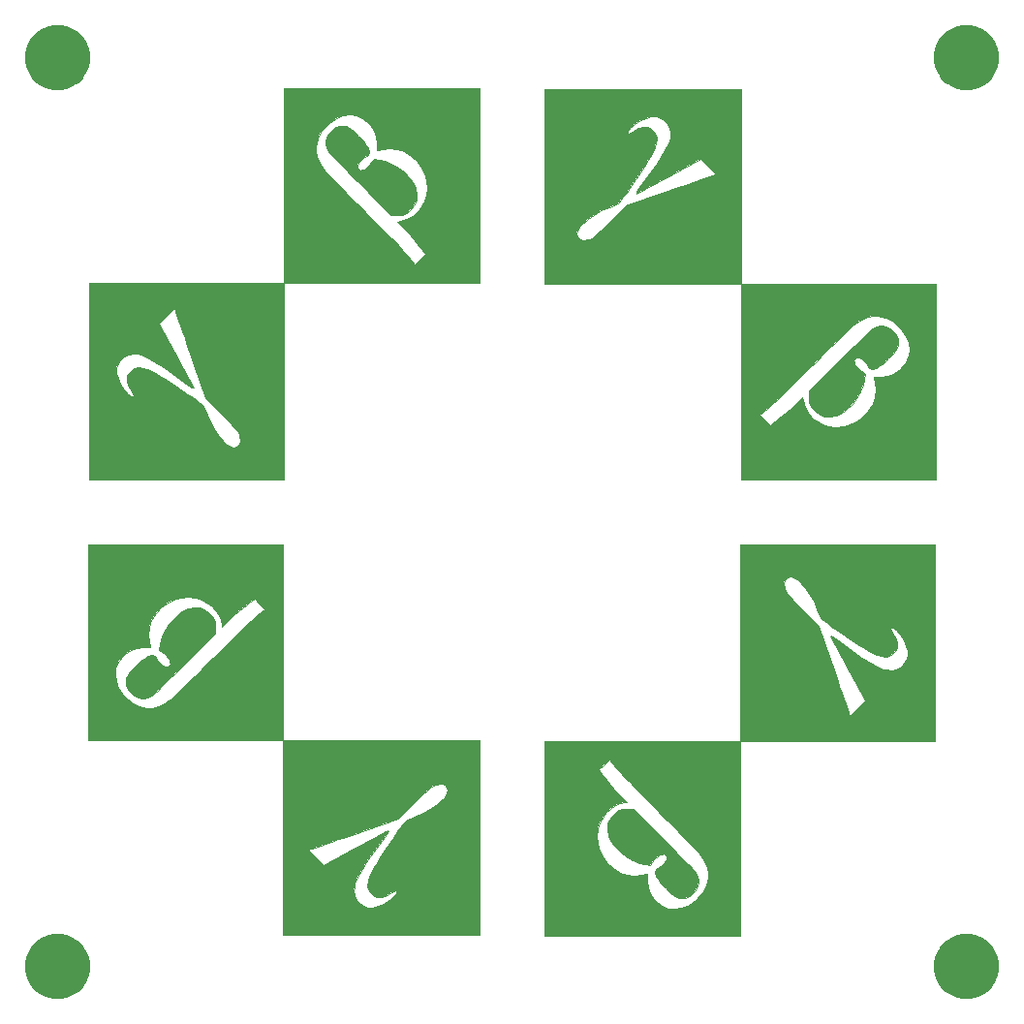
<source format=gts>
%MOIN*%
%OFA0B0*%
%FSLAX46Y46*%
%IPPOS*%
%LPD*%
%ADD10C,0.00039370078740157485*%
%ADD11C,0.0039370078740157488*%
%ADD22C,0.00039370078740157485*%
%ADD23C,0.0039370078740157488*%
%ADD24C,0.00039370078740157485*%
%ADD25C,0.0039370078740157488*%
%ADD26C,0.00039370078740157485*%
%ADD27C,0.0039370078740157488*%
D10*
G36*
X0001356746Y0003288898D02*
G01*
X0001373098Y0003295605D01*
X0001391365Y0003295968D01*
X0001395195Y0003295301D01*
X0001402323Y0003293605D01*
X0001408303Y0003291214D01*
X0001414434Y0003287208D01*
X0001422018Y0003280665D01*
X0001432354Y0003270664D01*
X0001438221Y0003264818D01*
X0001450589Y0003252205D01*
X0001459150Y0003242668D01*
X0001464990Y0003234760D01*
X0001469199Y0003227032D01*
X0001472382Y0003219316D01*
X0001475994Y0003208679D01*
X0001476766Y0003202371D01*
X0001474746Y0003198713D01*
X0001472979Y0003197506D01*
X0001466730Y0003193392D01*
X0001457864Y0003186936D01*
X0001452885Y0003183117D01*
X0001443077Y0003173375D01*
X0001437504Y0003163572D01*
X0001436129Y0003154826D01*
X0001438917Y0003148256D01*
X0001445833Y0003144979D01*
X0001454089Y0003145432D01*
X0001460777Y0003147821D01*
X0001467556Y0003152842D01*
X0001476018Y0003161761D01*
X0001478979Y0003165216D01*
X0001493957Y0003182935D01*
X0001509575Y0003181431D01*
X0001530808Y0003176791D01*
X0001553590Y0003167404D01*
X0001576192Y0003154327D01*
X0001596881Y0003138619D01*
X0001613926Y0003121335D01*
X0001619108Y0003114545D01*
X0001626727Y0003102443D01*
X0001633407Y0003089790D01*
X0001636560Y0003082360D01*
X0001640834Y0003061182D01*
X0001638854Y0003040837D01*
X0001631032Y0003022306D01*
X0001617779Y0003006571D01*
X0001599843Y0002994773D01*
X0001588884Y0002991329D01*
X0001575370Y0002989425D01*
X0001568578Y0002989283D01*
X0001550076Y0002989886D01*
X0001442970Y0003098392D01*
X0001417645Y0003124070D01*
X0001396602Y0003145474D01*
X0001379425Y0003163061D01*
X0001365696Y0003177285D01*
X0001354999Y0003188603D01*
X0001346917Y0003197469D01*
X0001341033Y0003204339D01*
X0001336930Y0003209668D01*
X0001334191Y0003213912D01*
X0001332398Y0003217527D01*
X0001331348Y0003220327D01*
X0001328119Y0003239521D01*
X0001331440Y0003257827D01*
X0001341199Y0003274680D01*
X0001342105Y0003275772D01*
X0001356746Y0003288898D01*
G37*
X0001356746Y0003288898D02*
X0001373098Y0003295605D01*
X0001391365Y0003295968D01*
X0001395195Y0003295301D01*
X0001402323Y0003293605D01*
X0001408303Y0003291214D01*
X0001414434Y0003287208D01*
X0001422018Y0003280665D01*
X0001432354Y0003270664D01*
X0001438221Y0003264818D01*
X0001450589Y0003252205D01*
X0001459150Y0003242668D01*
X0001464990Y0003234760D01*
X0001469199Y0003227032D01*
X0001472382Y0003219316D01*
X0001475994Y0003208679D01*
X0001476766Y0003202371D01*
X0001474746Y0003198713D01*
X0001472979Y0003197506D01*
X0001466730Y0003193392D01*
X0001457864Y0003186936D01*
X0001452885Y0003183117D01*
X0001443077Y0003173375D01*
X0001437504Y0003163572D01*
X0001436129Y0003154826D01*
X0001438917Y0003148256D01*
X0001445833Y0003144979D01*
X0001454089Y0003145432D01*
X0001460777Y0003147821D01*
X0001467556Y0003152842D01*
X0001476018Y0003161761D01*
X0001478979Y0003165216D01*
X0001493957Y0003182935D01*
X0001509575Y0003181431D01*
X0001530808Y0003176791D01*
X0001553590Y0003167404D01*
X0001576192Y0003154327D01*
X0001596881Y0003138619D01*
X0001613926Y0003121335D01*
X0001619108Y0003114545D01*
X0001626727Y0003102443D01*
X0001633407Y0003089790D01*
X0001636560Y0003082360D01*
X0001640834Y0003061182D01*
X0001638854Y0003040837D01*
X0001631032Y0003022306D01*
X0001617779Y0003006571D01*
X0001599843Y0002994773D01*
X0001588884Y0002991329D01*
X0001575370Y0002989425D01*
X0001568578Y0002989283D01*
X0001550076Y0002989886D01*
X0001442970Y0003098392D01*
X0001417645Y0003124070D01*
X0001396602Y0003145474D01*
X0001379425Y0003163061D01*
X0001365696Y0003177285D01*
X0001354999Y0003188603D01*
X0001346917Y0003197469D01*
X0001341033Y0003204339D01*
X0001336930Y0003209668D01*
X0001334191Y0003213912D01*
X0001332398Y0003217527D01*
X0001331348Y0003220327D01*
X0001328119Y0003239521D01*
X0001331440Y0003257827D01*
X0001341199Y0003274680D01*
X0001342105Y0003275772D01*
X0001356746Y0003288898D01*
G36*
X0001520897Y0003427276D02*
G01*
X0001857956Y0003427276D01*
X0001857943Y0003091396D01*
X0001857931Y0002755517D01*
X0001565059Y0002755527D01*
X0001630929Y0002821397D01*
X0001633483Y0002820798D01*
X0001637493Y0002823235D01*
X0001644134Y0002829335D01*
X0001651407Y0002836549D01*
X0001670056Y0002855199D01*
X0001658050Y0002872655D01*
X0001651450Y0002881374D01*
X0001641422Y0002893543D01*
X0001629138Y0002907788D01*
X0001615769Y0002922733D01*
X0001610284Y0002928703D01*
X0001574525Y0002967295D01*
X0001583140Y0002968579D01*
X0001605794Y0002975175D01*
X0001627143Y0002987525D01*
X0001646066Y0003004718D01*
X0001661440Y0003025845D01*
X0001666993Y0003036592D01*
X0001673736Y0003058255D01*
X0001676168Y0003082714D01*
X0001674209Y0003107613D01*
X0001669993Y0003124616D01*
X0001657687Y0003152523D01*
X0001641168Y0003176114D01*
X0001621077Y0003194988D01*
X0001598058Y0003208745D01*
X0001572752Y0003216985D01*
X0001545802Y0003219307D01*
X0001522663Y0003216457D01*
X0001504125Y0003212411D01*
X0001503730Y0003237141D01*
X0001501232Y0003260218D01*
X0001494043Y0003280151D01*
X0001481414Y0003298647D01*
X0001472688Y0003308030D01*
X0001453162Y0003323250D01*
X0001431885Y0003332264D01*
X0001409419Y0003335117D01*
X0001386329Y0003331855D01*
X0001363178Y0003322523D01*
X0001340531Y0003307165D01*
X0001328792Y0003296466D01*
X0001311080Y0003275232D01*
X0001299547Y0003252824D01*
X0001293708Y0003228296D01*
X0001293640Y0003227729D01*
X0001293631Y0003206076D01*
X0001299051Y0003184990D01*
X0001310246Y0003163438D01*
X0001319677Y0003150115D01*
X0001324878Y0003144061D01*
X0001334317Y0003133815D01*
X0001347503Y0003119883D01*
X0001363945Y0003102774D01*
X0001383150Y0003082993D01*
X0001404629Y0003061049D01*
X0001427889Y0003037447D01*
X0001452440Y0003012696D01*
X0001466733Y0002998357D01*
X0001497529Y0002967462D01*
X0001523955Y0002940807D01*
X0001546407Y0002917970D01*
X0001565277Y0002898528D01*
X0001580960Y0002882058D01*
X0001593850Y0002868135D01*
X0001604341Y0002856338D01*
X0001612827Y0002846242D01*
X0001619701Y0002837424D01*
X0001625358Y0002829461D01*
X0001628656Y0002824405D01*
X0001630929Y0002821397D01*
X0001565059Y0002755527D01*
X0001520885Y0002755529D01*
X0001183839Y0002755541D01*
X0001183839Y0003427276D01*
X0001520897Y0003427276D01*
G37*
X0001520897Y0003427276D02*
X0001857956Y0003427276D01*
X0001857943Y0003091396D01*
X0001857931Y0002755517D01*
X0001565059Y0002755527D01*
X0001630929Y0002821397D01*
X0001633483Y0002820798D01*
X0001637493Y0002823235D01*
X0001644134Y0002829335D01*
X0001651407Y0002836549D01*
X0001670056Y0002855199D01*
X0001658050Y0002872655D01*
X0001651450Y0002881374D01*
X0001641422Y0002893543D01*
X0001629138Y0002907788D01*
X0001615769Y0002922733D01*
X0001610284Y0002928703D01*
X0001574525Y0002967295D01*
X0001583140Y0002968579D01*
X0001605794Y0002975175D01*
X0001627143Y0002987525D01*
X0001646066Y0003004718D01*
X0001661440Y0003025845D01*
X0001666993Y0003036592D01*
X0001673736Y0003058255D01*
X0001676168Y0003082714D01*
X0001674209Y0003107613D01*
X0001669993Y0003124616D01*
X0001657687Y0003152523D01*
X0001641168Y0003176114D01*
X0001621077Y0003194988D01*
X0001598058Y0003208745D01*
X0001572752Y0003216985D01*
X0001545802Y0003219307D01*
X0001522663Y0003216457D01*
X0001504125Y0003212411D01*
X0001503730Y0003237141D01*
X0001501232Y0003260218D01*
X0001494043Y0003280151D01*
X0001481414Y0003298647D01*
X0001472688Y0003308030D01*
X0001453162Y0003323250D01*
X0001431885Y0003332264D01*
X0001409419Y0003335117D01*
X0001386329Y0003331855D01*
X0001363178Y0003322523D01*
X0001340531Y0003307165D01*
X0001328792Y0003296466D01*
X0001311080Y0003275232D01*
X0001299547Y0003252824D01*
X0001293708Y0003228296D01*
X0001293640Y0003227729D01*
X0001293631Y0003206076D01*
X0001299051Y0003184990D01*
X0001310246Y0003163438D01*
X0001319677Y0003150115D01*
X0001324878Y0003144061D01*
X0001334317Y0003133815D01*
X0001347503Y0003119883D01*
X0001363945Y0003102774D01*
X0001383150Y0003082993D01*
X0001404629Y0003061049D01*
X0001427889Y0003037447D01*
X0001452440Y0003012696D01*
X0001466733Y0002998357D01*
X0001497529Y0002967462D01*
X0001523955Y0002940807D01*
X0001546407Y0002917970D01*
X0001565277Y0002898528D01*
X0001580960Y0002882058D01*
X0001593850Y0002868135D01*
X0001604341Y0002856338D01*
X0001612827Y0002846242D01*
X0001619701Y0002837424D01*
X0001625358Y0002829461D01*
X0001628656Y0002824405D01*
X0001630929Y0002821397D01*
X0001565059Y0002755527D01*
X0001520885Y0002755529D01*
X0001183839Y0002755541D01*
X0001183839Y0003427276D01*
X0001520897Y0003427276D01*
G36*
X0001183831Y0002755525D02*
G01*
X0001183831Y0002081408D01*
X0000847951Y0002081420D01*
X0000512071Y0002081433D01*
X0000512077Y0002236111D01*
X0000649224Y0002373258D01*
X0000656087Y0002367115D01*
X0000660507Y0002365540D01*
X0000663844Y0002367531D01*
X0000665757Y0002371554D01*
X0000663821Y0002377330D01*
X0000658820Y0002384789D01*
X0000647843Y0002403290D01*
X0000643145Y0002420428D01*
X0000644726Y0002435950D01*
X0000652582Y0002449602D01*
X0000659399Y0002456081D01*
X0000670306Y0002462763D01*
X0000682208Y0002465656D01*
X0000695981Y0002464625D01*
X0000712497Y0002459538D01*
X0000732632Y0002450261D01*
X0000746537Y0002442782D01*
X0000760548Y0002434513D01*
X0000778737Y0002423110D01*
X0000799901Y0002409373D01*
X0000822835Y0002394101D01*
X0000846336Y0002378095D01*
X0000869198Y0002362152D01*
X0000885137Y0002350765D01*
X0000907022Y0002334938D01*
X0000919085Y0002304574D01*
X0000931926Y0002275037D01*
X0000945365Y0002250331D01*
X0000960580Y0002228648D01*
X0000978752Y0002208178D01*
X0000987511Y0002199544D01*
X0000998777Y0002192275D01*
X0001010323Y0002190422D01*
X0001020739Y0002193412D01*
X0001028614Y0002200670D01*
X0001032536Y0002211623D01*
X0001032612Y0002217901D01*
X0001031516Y0002226250D01*
X0001029390Y0002234014D01*
X0001025682Y0002241949D01*
X0001019841Y0002250811D01*
X0001011314Y0002261354D01*
X0000999549Y0002274336D01*
X0000983995Y0002290512D01*
X0000967008Y0002307713D01*
X0000914131Y0002360903D01*
X0000871341Y0002483105D01*
X0000861291Y0002511777D01*
X0000851457Y0002539783D01*
X0000842167Y0002566187D01*
X0000833751Y0002590056D01*
X0000826538Y0002610458D01*
X0000820858Y0002626457D01*
X0000817038Y0002637122D01*
X0000816965Y0002637325D01*
X0000805378Y0002669343D01*
X0000752392Y0002616357D01*
X0000809858Y0002512366D01*
X0000823346Y0002487903D01*
X0000835940Y0002464956D01*
X0000847242Y0002444260D01*
X0000856851Y0002426549D01*
X0000864371Y0002412559D01*
X0000869401Y0002403024D01*
X0000871441Y0002398924D01*
X0000872362Y0002396014D01*
X0000871442Y0002395041D01*
X0000868069Y0002396372D01*
X0000861628Y0002400375D01*
X0000851507Y0002407420D01*
X0000837093Y0002417873D01*
X0000824784Y0002426926D01*
X0000796750Y0002447128D01*
X0000770242Y0002465301D01*
X0000745979Y0002480998D01*
X0000724677Y0002493772D01*
X0000707053Y0002503174D01*
X0000693824Y0002508757D01*
X0000693730Y0002508787D01*
X0000678683Y0002511854D01*
X0000662716Y0002512217D01*
X0000648376Y0002509990D01*
X0000639746Y0002506393D01*
X0000632698Y0002501996D01*
X0000628446Y0002499504D01*
X0000623185Y0002494320D01*
X0000617166Y0002485116D01*
X0000611671Y0002474221D01*
X0000607983Y0002463961D01*
X0000607422Y0002461363D01*
X0000607754Y0002446596D01*
X0000612658Y0002429108D01*
X0000621469Y0002410301D01*
X0000633520Y0002391580D01*
X0000648147Y0002374346D01*
X0000649224Y0002373258D01*
X0000512077Y0002236111D01*
X0000512084Y0002418479D01*
X0000512096Y0002755525D01*
X0001183831Y0002755525D01*
G37*
X0001183831Y0002755525D02*
X0001183831Y0002081408D01*
X0000847951Y0002081420D01*
X0000512071Y0002081433D01*
X0000512077Y0002236111D01*
X0000649224Y0002373258D01*
X0000656087Y0002367115D01*
X0000660507Y0002365540D01*
X0000663844Y0002367531D01*
X0000665757Y0002371554D01*
X0000663821Y0002377330D01*
X0000658820Y0002384789D01*
X0000647843Y0002403290D01*
X0000643145Y0002420428D01*
X0000644726Y0002435950D01*
X0000652582Y0002449602D01*
X0000659399Y0002456081D01*
X0000670306Y0002462763D01*
X0000682208Y0002465656D01*
X0000695981Y0002464625D01*
X0000712497Y0002459538D01*
X0000732632Y0002450261D01*
X0000746537Y0002442782D01*
X0000760548Y0002434513D01*
X0000778737Y0002423110D01*
X0000799901Y0002409373D01*
X0000822835Y0002394101D01*
X0000846336Y0002378095D01*
X0000869198Y0002362152D01*
X0000885137Y0002350765D01*
X0000907022Y0002334938D01*
X0000919085Y0002304574D01*
X0000931926Y0002275037D01*
X0000945365Y0002250331D01*
X0000960580Y0002228648D01*
X0000978752Y0002208178D01*
X0000987511Y0002199544D01*
X0000998777Y0002192275D01*
X0001010323Y0002190422D01*
X0001020739Y0002193412D01*
X0001028614Y0002200670D01*
X0001032536Y0002211623D01*
X0001032612Y0002217901D01*
X0001031516Y0002226250D01*
X0001029390Y0002234014D01*
X0001025682Y0002241949D01*
X0001019841Y0002250811D01*
X0001011314Y0002261354D01*
X0000999549Y0002274336D01*
X0000983995Y0002290512D01*
X0000967008Y0002307713D01*
X0000914131Y0002360903D01*
X0000871341Y0002483105D01*
X0000861291Y0002511777D01*
X0000851457Y0002539783D01*
X0000842167Y0002566187D01*
X0000833751Y0002590056D01*
X0000826538Y0002610458D01*
X0000820858Y0002626457D01*
X0000817038Y0002637122D01*
X0000816965Y0002637325D01*
X0000805378Y0002669343D01*
X0000752392Y0002616357D01*
X0000809858Y0002512366D01*
X0000823346Y0002487903D01*
X0000835940Y0002464956D01*
X0000847242Y0002444260D01*
X0000856851Y0002426549D01*
X0000864371Y0002412559D01*
X0000869401Y0002403024D01*
X0000871441Y0002398924D01*
X0000872362Y0002396014D01*
X0000871442Y0002395041D01*
X0000868069Y0002396372D01*
X0000861628Y0002400375D01*
X0000851507Y0002407420D01*
X0000837093Y0002417873D01*
X0000824784Y0002426926D01*
X0000796750Y0002447128D01*
X0000770242Y0002465301D01*
X0000745979Y0002480998D01*
X0000724677Y0002493772D01*
X0000707053Y0002503174D01*
X0000693824Y0002508757D01*
X0000693730Y0002508787D01*
X0000678683Y0002511854D01*
X0000662716Y0002512217D01*
X0000648376Y0002509990D01*
X0000639746Y0002506393D01*
X0000632698Y0002501996D01*
X0000628446Y0002499504D01*
X0000623185Y0002494320D01*
X0000617166Y0002485116D01*
X0000611671Y0002474221D01*
X0000607983Y0002463961D01*
X0000607422Y0002461363D01*
X0000607754Y0002446596D01*
X0000612658Y0002429108D01*
X0000621469Y0002410301D01*
X0000633520Y0002391580D01*
X0000648147Y0002374346D01*
X0000649224Y0002373258D01*
X0000512077Y0002236111D01*
X0000512084Y0002418479D01*
X0000512096Y0002755525D01*
X0001183831Y0002755525D01*
D11*
G36*
X0000351672Y0003631637D02*
G01*
X0000372099Y0003640098D01*
X0000393784Y0003644412D01*
X0000415894Y0003644412D01*
X0000437579Y0003640098D01*
X0000458007Y0003631637D01*
X0000476390Y0003619354D01*
X0000492025Y0003603719D01*
X0000504308Y0003585335D01*
X0000512770Y0003564908D01*
X0000517083Y0003543223D01*
X0000517083Y0003521113D01*
X0000512770Y0003499427D01*
X0000504308Y0003479000D01*
X0000498167Y0003469808D01*
X0000492025Y0003460616D01*
X0000476390Y0003444982D01*
X0000467199Y0003438840D01*
X0000458007Y0003432698D01*
X0000437579Y0003424237D01*
X0000415894Y0003419924D01*
X0000393784Y0003419924D01*
X0000372099Y0003424237D01*
X0000351672Y0003432698D01*
X0000333288Y0003444982D01*
X0000317653Y0003460616D01*
X0000305370Y0003479000D01*
X0000296908Y0003499427D01*
X0000292595Y0003521113D01*
X0000292595Y0003543223D01*
X0000296908Y0003564908D01*
X0000305370Y0003585335D01*
X0000317653Y0003603719D01*
X0000333288Y0003619354D01*
X0000351672Y0003631637D01*
G37*
G04 next file*
G04 #@! TF.GenerationSoftware,KiCad,Pcbnew,(5.1.5)-3*
G04 #@! TF.CreationDate,2019-12-21T12:13:31-08:00*
G04 #@! TF.ProjectId,mole-diamond-keychain,6d6f6c65-2d64-4696-916d-6f6e642d6b65,A*
G04 #@! TF.SameCoordinates,Original*
G04 #@! TF.FileFunction,Soldermask,Top*
G04 #@! TF.FilePolarity,Negative*
G04 Gerber Fmt 4.6, Leading zero omitted, Abs format (unit mm)*
G04 Created by KiCad (PCBNEW (5.1.5)-3) date 2019-12-21 12:13:31*
G04 APERTURE LIST*
G04 APERTURE END LIST*
D22*
G36*
X0000648109Y0001356746D02*
G01*
X0000641402Y0001373098D01*
X0000641038Y0001391365D01*
X0000641706Y0001395195D01*
X0000643402Y0001402323D01*
X0000645792Y0001408303D01*
X0000649799Y0001414434D01*
X0000656342Y0001422018D01*
X0000666343Y0001432354D01*
X0000672189Y0001438221D01*
X0000684802Y0001450589D01*
X0000694338Y0001459150D01*
X0000702247Y0001464990D01*
X0000709975Y0001469199D01*
X0000717691Y0001472382D01*
X0000728328Y0001475994D01*
X0000734636Y0001476766D01*
X0000738294Y0001474746D01*
X0000739501Y0001472979D01*
X0000743614Y0001466730D01*
X0000750071Y0001457864D01*
X0000753890Y0001452885D01*
X0000763632Y0001443077D01*
X0000773435Y0001437504D01*
X0000782180Y0001436129D01*
X0000788751Y0001438917D01*
X0000792028Y0001445833D01*
X0000791574Y0001454089D01*
X0000789186Y0001460777D01*
X0000784165Y0001467556D01*
X0000775246Y0001476018D01*
X0000771791Y0001478979D01*
X0000754071Y0001493957D01*
X0000755576Y0001509575D01*
X0000760216Y0001530808D01*
X0000769603Y0001553590D01*
X0000782679Y0001576192D01*
X0000798388Y0001596881D01*
X0000815672Y0001613926D01*
X0000822462Y0001619108D01*
X0000834564Y0001626727D01*
X0000847216Y0001633407D01*
X0000854646Y0001636560D01*
X0000875825Y0001640834D01*
X0000896170Y0001638854D01*
X0000914701Y0001631032D01*
X0000930436Y0001617779D01*
X0000942234Y0001599843D01*
X0000945678Y0001588884D01*
X0000947582Y0001575370D01*
X0000947724Y0001568578D01*
X0000947121Y0001550076D01*
X0000838615Y0001442970D01*
X0000812937Y0001417645D01*
X0000791532Y0001396602D01*
X0000773946Y0001379425D01*
X0000759722Y0001365696D01*
X0000748404Y0001354999D01*
X0000739538Y0001346917D01*
X0000732668Y0001341033D01*
X0000727339Y0001336930D01*
X0000723095Y0001334191D01*
X0000719480Y0001332398D01*
X0000716680Y0001331348D01*
X0000697486Y0001328119D01*
X0000679180Y0001331440D01*
X0000662327Y0001341199D01*
X0000661235Y0001342105D01*
X0000648109Y0001356746D01*
G37*
X0000648109Y0001356746D02*
X0000641402Y0001373098D01*
X0000641038Y0001391365D01*
X0000641706Y0001395195D01*
X0000643402Y0001402323D01*
X0000645792Y0001408303D01*
X0000649799Y0001414434D01*
X0000656342Y0001422018D01*
X0000666343Y0001432354D01*
X0000672189Y0001438221D01*
X0000684802Y0001450589D01*
X0000694338Y0001459150D01*
X0000702247Y0001464990D01*
X0000709975Y0001469199D01*
X0000717691Y0001472382D01*
X0000728328Y0001475994D01*
X0000734636Y0001476766D01*
X0000738294Y0001474746D01*
X0000739501Y0001472979D01*
X0000743614Y0001466730D01*
X0000750071Y0001457864D01*
X0000753890Y0001452885D01*
X0000763632Y0001443077D01*
X0000773435Y0001437504D01*
X0000782180Y0001436129D01*
X0000788751Y0001438917D01*
X0000792028Y0001445833D01*
X0000791574Y0001454089D01*
X0000789186Y0001460777D01*
X0000784165Y0001467556D01*
X0000775246Y0001476018D01*
X0000771791Y0001478979D01*
X0000754071Y0001493957D01*
X0000755576Y0001509575D01*
X0000760216Y0001530808D01*
X0000769603Y0001553590D01*
X0000782679Y0001576192D01*
X0000798388Y0001596881D01*
X0000815672Y0001613926D01*
X0000822462Y0001619108D01*
X0000834564Y0001626727D01*
X0000847216Y0001633407D01*
X0000854646Y0001636560D01*
X0000875825Y0001640834D01*
X0000896170Y0001638854D01*
X0000914701Y0001631032D01*
X0000930436Y0001617779D01*
X0000942234Y0001599843D01*
X0000945678Y0001588884D01*
X0000947582Y0001575370D01*
X0000947724Y0001568578D01*
X0000947121Y0001550076D01*
X0000838615Y0001442970D01*
X0000812937Y0001417645D01*
X0000791532Y0001396602D01*
X0000773946Y0001379425D01*
X0000759722Y0001365696D01*
X0000748404Y0001354999D01*
X0000739538Y0001346917D01*
X0000732668Y0001341033D01*
X0000727339Y0001336930D01*
X0000723095Y0001334191D01*
X0000719480Y0001332398D01*
X0000716680Y0001331348D01*
X0000697486Y0001328119D01*
X0000679180Y0001331440D01*
X0000662327Y0001341199D01*
X0000661235Y0001342105D01*
X0000648109Y0001356746D01*
G36*
X0000509731Y0001520897D02*
G01*
X0000509731Y0001857956D01*
X0000845610Y0001857943D01*
X0001181490Y0001857931D01*
X0001181480Y0001565059D01*
X0001115610Y0001630929D01*
X0001116209Y0001633483D01*
X0001113772Y0001637493D01*
X0001107672Y0001644134D01*
X0001100457Y0001651407D01*
X0001081808Y0001670056D01*
X0001064352Y0001658050D01*
X0001055633Y0001651450D01*
X0001043464Y0001641422D01*
X0001029219Y0001629138D01*
X0001014274Y0001615769D01*
X0001008304Y0001610284D01*
X0000969712Y0001574525D01*
X0000968428Y0001583140D01*
X0000961832Y0001605794D01*
X0000949482Y0001627143D01*
X0000932289Y0001646066D01*
X0000911162Y0001661440D01*
X0000900414Y0001666993D01*
X0000878752Y0001673736D01*
X0000854293Y0001676168D01*
X0000829394Y0001674209D01*
X0000812391Y0001669993D01*
X0000784483Y0001657687D01*
X0000760893Y0001641168D01*
X0000742019Y0001621077D01*
X0000728262Y0001598058D01*
X0000720022Y0001572752D01*
X0000717700Y0001545802D01*
X0000720550Y0001522663D01*
X0000724596Y0001504125D01*
X0000699866Y0001503730D01*
X0000676789Y0001501232D01*
X0000656856Y0001494043D01*
X0000638359Y0001481414D01*
X0000628977Y0001472688D01*
X0000613757Y0001453162D01*
X0000604743Y0001431885D01*
X0000601890Y0001409419D01*
X0000605152Y0001386329D01*
X0000614484Y0001363178D01*
X0000629841Y0001340531D01*
X0000640541Y0001328792D01*
X0000661775Y0001311080D01*
X0000684182Y0001299547D01*
X0000708710Y0001293708D01*
X0000709278Y0001293640D01*
X0000730931Y0001293631D01*
X0000752017Y0001299051D01*
X0000773569Y0001310246D01*
X0000786891Y0001319677D01*
X0000792946Y0001324878D01*
X0000803192Y0001334317D01*
X0000817124Y0001347503D01*
X0000834233Y0001363945D01*
X0000854013Y0001383150D01*
X0000875958Y0001404629D01*
X0000899560Y0001427889D01*
X0000924311Y0001452440D01*
X0000938650Y0001466733D01*
X0000969545Y0001497529D01*
X0000996200Y0001523955D01*
X0001019036Y0001546407D01*
X0001038478Y0001565277D01*
X0001054949Y0001580960D01*
X0001068872Y0001593850D01*
X0001080669Y0001604341D01*
X0001090765Y0001612827D01*
X0001099583Y0001619701D01*
X0001107546Y0001625358D01*
X0001112602Y0001628656D01*
X0001115610Y0001630929D01*
X0001181480Y0001565059D01*
X0001181478Y0001520885D01*
X0001181466Y0001183839D01*
X0000509731Y0001183839D01*
X0000509731Y0001520897D01*
G37*
X0000509731Y0001520897D02*
X0000509731Y0001857956D01*
X0000845610Y0001857943D01*
X0001181490Y0001857931D01*
X0001181480Y0001565059D01*
X0001115610Y0001630929D01*
X0001116209Y0001633483D01*
X0001113772Y0001637493D01*
X0001107672Y0001644134D01*
X0001100457Y0001651407D01*
X0001081808Y0001670056D01*
X0001064352Y0001658050D01*
X0001055633Y0001651450D01*
X0001043464Y0001641422D01*
X0001029219Y0001629138D01*
X0001014274Y0001615769D01*
X0001008304Y0001610284D01*
X0000969712Y0001574525D01*
X0000968428Y0001583140D01*
X0000961832Y0001605794D01*
X0000949482Y0001627143D01*
X0000932289Y0001646066D01*
X0000911162Y0001661440D01*
X0000900414Y0001666993D01*
X0000878752Y0001673736D01*
X0000854293Y0001676168D01*
X0000829394Y0001674209D01*
X0000812391Y0001669993D01*
X0000784483Y0001657687D01*
X0000760893Y0001641168D01*
X0000742019Y0001621077D01*
X0000728262Y0001598058D01*
X0000720022Y0001572752D01*
X0000717700Y0001545802D01*
X0000720550Y0001522663D01*
X0000724596Y0001504125D01*
X0000699866Y0001503730D01*
X0000676789Y0001501232D01*
X0000656856Y0001494043D01*
X0000638359Y0001481414D01*
X0000628977Y0001472688D01*
X0000613757Y0001453162D01*
X0000604743Y0001431885D01*
X0000601890Y0001409419D01*
X0000605152Y0001386329D01*
X0000614484Y0001363178D01*
X0000629841Y0001340531D01*
X0000640541Y0001328792D01*
X0000661775Y0001311080D01*
X0000684182Y0001299547D01*
X0000708710Y0001293708D01*
X0000709278Y0001293640D01*
X0000730931Y0001293631D01*
X0000752017Y0001299051D01*
X0000773569Y0001310246D01*
X0000786891Y0001319677D01*
X0000792946Y0001324878D01*
X0000803192Y0001334317D01*
X0000817124Y0001347503D01*
X0000834233Y0001363945D01*
X0000854013Y0001383150D01*
X0000875958Y0001404629D01*
X0000899560Y0001427889D01*
X0000924311Y0001452440D01*
X0000938650Y0001466733D01*
X0000969545Y0001497529D01*
X0000996200Y0001523955D01*
X0001019036Y0001546407D01*
X0001038478Y0001565277D01*
X0001054949Y0001580960D01*
X0001068872Y0001593850D01*
X0001080669Y0001604341D01*
X0001090765Y0001612827D01*
X0001099583Y0001619701D01*
X0001107546Y0001625358D01*
X0001112602Y0001628656D01*
X0001115610Y0001630929D01*
X0001181480Y0001565059D01*
X0001181478Y0001520885D01*
X0001181466Y0001183839D01*
X0000509731Y0001183839D01*
X0000509731Y0001520897D01*
G36*
X0001181482Y0001183831D02*
G01*
X0001855599Y0001183831D01*
X0001855586Y0000847951D01*
X0001855574Y0000512071D01*
X0001700895Y0000512077D01*
X0001563749Y0000649224D01*
X0001569892Y0000656087D01*
X0001571467Y0000660507D01*
X0001569476Y0000663844D01*
X0001565453Y0000665757D01*
X0001559677Y0000663821D01*
X0001552218Y0000658820D01*
X0001533717Y0000647843D01*
X0001516579Y0000643145D01*
X0001501057Y0000644726D01*
X0001487405Y0000652582D01*
X0001480926Y0000659399D01*
X0001474244Y0000670306D01*
X0001471351Y0000682208D01*
X0001472382Y0000695981D01*
X0001477469Y0000712497D01*
X0001486746Y0000732632D01*
X0001494225Y0000746537D01*
X0001502494Y0000760548D01*
X0001513897Y0000778737D01*
X0001527634Y0000799901D01*
X0001542906Y0000822835D01*
X0001558912Y0000846336D01*
X0001574855Y0000869198D01*
X0001586242Y0000885137D01*
X0001602069Y0000907022D01*
X0001632433Y0000919085D01*
X0001661970Y0000931926D01*
X0001686676Y0000945365D01*
X0001708359Y0000960580D01*
X0001728828Y0000978752D01*
X0001737463Y0000987511D01*
X0001744732Y0000998777D01*
X0001746585Y0001010323D01*
X0001743595Y0001020739D01*
X0001736336Y0001028614D01*
X0001725384Y0001032536D01*
X0001719106Y0001032612D01*
X0001710757Y0001031516D01*
X0001702993Y0001029390D01*
X0001695058Y0001025682D01*
X0001686196Y0001019841D01*
X0001675652Y0001011314D01*
X0001662670Y0000999549D01*
X0001646495Y0000983995D01*
X0001629293Y0000967008D01*
X0001576104Y0000914131D01*
X0001453902Y0000871341D01*
X0001425230Y0000861291D01*
X0001397224Y0000851457D01*
X0001370820Y0000842167D01*
X0001346951Y0000833751D01*
X0001326549Y0000826538D01*
X0001310549Y0000820858D01*
X0001299885Y0000817038D01*
X0001299682Y0000816965D01*
X0001267664Y0000805378D01*
X0001320650Y0000752392D01*
X0001424640Y0000809858D01*
X0001449104Y0000823346D01*
X0001472051Y0000835940D01*
X0001492747Y0000847242D01*
X0001510458Y0000856851D01*
X0001524448Y0000864371D01*
X0001533983Y0000869401D01*
X0001538082Y0000871441D01*
X0001540993Y0000872362D01*
X0001541966Y0000871442D01*
X0001540635Y0000868069D01*
X0001536632Y0000861628D01*
X0001529587Y0000851507D01*
X0001519133Y0000837093D01*
X0001510081Y0000824784D01*
X0001489879Y0000796750D01*
X0001471706Y0000770242D01*
X0001456008Y0000745979D01*
X0001443235Y0000724677D01*
X0001433833Y0000707053D01*
X0001428250Y0000693824D01*
X0001428220Y0000693730D01*
X0001425153Y0000678683D01*
X0001424789Y0000662716D01*
X0001427016Y0000648376D01*
X0001430614Y0000639746D01*
X0001435010Y0000632698D01*
X0001437502Y0000628446D01*
X0001442687Y0000623185D01*
X0001451891Y0000617166D01*
X0001462786Y0000611671D01*
X0001473046Y0000607983D01*
X0001475644Y0000607422D01*
X0001490411Y0000607754D01*
X0001507899Y0000612658D01*
X0001526705Y0000621469D01*
X0001545427Y0000633520D01*
X0001562661Y0000648147D01*
X0001563749Y0000649224D01*
X0001700895Y0000512077D01*
X0001518528Y0000512084D01*
X0001181482Y0000512096D01*
X0001181482Y0001183831D01*
G37*
X0001181482Y0001183831D02*
X0001855599Y0001183831D01*
X0001855586Y0000847951D01*
X0001855574Y0000512071D01*
X0001700895Y0000512077D01*
X0001563749Y0000649224D01*
X0001569892Y0000656087D01*
X0001571467Y0000660507D01*
X0001569476Y0000663844D01*
X0001565453Y0000665757D01*
X0001559677Y0000663821D01*
X0001552218Y0000658820D01*
X0001533717Y0000647843D01*
X0001516579Y0000643145D01*
X0001501057Y0000644726D01*
X0001487405Y0000652582D01*
X0001480926Y0000659399D01*
X0001474244Y0000670306D01*
X0001471351Y0000682208D01*
X0001472382Y0000695981D01*
X0001477469Y0000712497D01*
X0001486746Y0000732632D01*
X0001494225Y0000746537D01*
X0001502494Y0000760548D01*
X0001513897Y0000778737D01*
X0001527634Y0000799901D01*
X0001542906Y0000822835D01*
X0001558912Y0000846336D01*
X0001574855Y0000869198D01*
X0001586242Y0000885137D01*
X0001602069Y0000907022D01*
X0001632433Y0000919085D01*
X0001661970Y0000931926D01*
X0001686676Y0000945365D01*
X0001708359Y0000960580D01*
X0001728828Y0000978752D01*
X0001737463Y0000987511D01*
X0001744732Y0000998777D01*
X0001746585Y0001010323D01*
X0001743595Y0001020739D01*
X0001736336Y0001028614D01*
X0001725384Y0001032536D01*
X0001719106Y0001032612D01*
X0001710757Y0001031516D01*
X0001702993Y0001029390D01*
X0001695058Y0001025682D01*
X0001686196Y0001019841D01*
X0001675652Y0001011314D01*
X0001662670Y0000999549D01*
X0001646495Y0000983995D01*
X0001629293Y0000967008D01*
X0001576104Y0000914131D01*
X0001453902Y0000871341D01*
X0001425230Y0000861291D01*
X0001397224Y0000851457D01*
X0001370820Y0000842167D01*
X0001346951Y0000833751D01*
X0001326549Y0000826538D01*
X0001310549Y0000820858D01*
X0001299885Y0000817038D01*
X0001299682Y0000816965D01*
X0001267664Y0000805378D01*
X0001320650Y0000752392D01*
X0001424640Y0000809858D01*
X0001449104Y0000823346D01*
X0001472051Y0000835940D01*
X0001492747Y0000847242D01*
X0001510458Y0000856851D01*
X0001524448Y0000864371D01*
X0001533983Y0000869401D01*
X0001538082Y0000871441D01*
X0001540993Y0000872362D01*
X0001541966Y0000871442D01*
X0001540635Y0000868069D01*
X0001536632Y0000861628D01*
X0001529587Y0000851507D01*
X0001519133Y0000837093D01*
X0001510081Y0000824784D01*
X0001489879Y0000796750D01*
X0001471706Y0000770242D01*
X0001456008Y0000745979D01*
X0001443235Y0000724677D01*
X0001433833Y0000707053D01*
X0001428250Y0000693824D01*
X0001428220Y0000693730D01*
X0001425153Y0000678683D01*
X0001424789Y0000662716D01*
X0001427016Y0000648376D01*
X0001430614Y0000639746D01*
X0001435010Y0000632698D01*
X0001437502Y0000628446D01*
X0001442687Y0000623185D01*
X0001451891Y0000617166D01*
X0001462786Y0000611671D01*
X0001473046Y0000607983D01*
X0001475644Y0000607422D01*
X0001490411Y0000607754D01*
X0001507899Y0000612658D01*
X0001526705Y0000621469D01*
X0001545427Y0000633520D01*
X0001562661Y0000648147D01*
X0001563749Y0000649224D01*
X0001700895Y0000512077D01*
X0001518528Y0000512084D01*
X0001181482Y0000512096D01*
X0001181482Y0001183831D01*
D23*
G36*
X0000305370Y0000351672D02*
G01*
X0000296908Y0000372099D01*
X0000292595Y0000393784D01*
X0000292595Y0000415894D01*
X0000296908Y0000437579D01*
X0000305370Y0000458007D01*
X0000317653Y0000476390D01*
X0000333288Y0000492025D01*
X0000351672Y0000504308D01*
X0000372099Y0000512770D01*
X0000393784Y0000517083D01*
X0000415894Y0000517083D01*
X0000437579Y0000512770D01*
X0000458007Y0000504308D01*
X0000467199Y0000498167D01*
X0000476390Y0000492025D01*
X0000492025Y0000476390D01*
X0000498167Y0000467199D01*
X0000504308Y0000458007D01*
X0000512770Y0000437579D01*
X0000517083Y0000415894D01*
X0000517083Y0000393784D01*
X0000512770Y0000372099D01*
X0000504308Y0000351672D01*
X0000492025Y0000333288D01*
X0000476390Y0000317653D01*
X0000458007Y0000305370D01*
X0000437579Y0000296908D01*
X0000415894Y0000292595D01*
X0000393784Y0000292595D01*
X0000372099Y0000296908D01*
X0000351672Y0000305370D01*
X0000333288Y0000317653D01*
X0000317653Y0000333288D01*
X0000305370Y0000351672D01*
G37*
G04 next file*
G04 #@! TF.GenerationSoftware,KiCad,Pcbnew,(5.1.5)-3*
G04 #@! TF.CreationDate,2019-12-21T12:13:31-08:00*
G04 #@! TF.ProjectId,mole-diamond-keychain,6d6f6c65-2d64-4696-916d-6f6e642d6b65,A*
G04 #@! TF.SameCoordinates,Original*
G04 #@! TF.FileFunction,Soldermask,Top*
G04 #@! TF.FilePolarity,Negative*
G04 Gerber Fmt 4.6, Leading zero omitted, Abs format (unit mm)*
G04 Created by KiCad (PCBNEW (5.1.5)-3) date 2019-12-21 12:13:31*
G04 APERTURE LIST*
G04 APERTURE END LIST*
D24*
G36*
X0002580261Y0000648109D02*
G01*
X0002563909Y0000641402D01*
X0002545642Y0000641038D01*
X0002541812Y0000641706D01*
X0002534684Y0000643402D01*
X0002528704Y0000645792D01*
X0002522572Y0000649799D01*
X0002514989Y0000656342D01*
X0002504653Y0000666343D01*
X0002498786Y0000672189D01*
X0002486417Y0000684802D01*
X0002477857Y0000694338D01*
X0002472016Y0000702247D01*
X0002467808Y0000709975D01*
X0002464625Y0000717691D01*
X0002461013Y0000728328D01*
X0002460240Y0000734636D01*
X0002462261Y0000738294D01*
X0002464028Y0000739501D01*
X0002470276Y0000743614D01*
X0002479143Y0000750071D01*
X0002484122Y0000753890D01*
X0002493930Y0000763632D01*
X0002499503Y0000773435D01*
X0002500878Y0000782180D01*
X0002498090Y0000788751D01*
X0002491174Y0000792028D01*
X0002482918Y0000791574D01*
X0002476230Y0000789186D01*
X0002469451Y0000784165D01*
X0002460989Y0000775246D01*
X0002458027Y0000771791D01*
X0002443050Y0000754071D01*
X0002427432Y0000755576D01*
X0002406199Y0000760216D01*
X0002383416Y0000769603D01*
X0002360815Y0000782679D01*
X0002340126Y0000798388D01*
X0002323081Y0000815672D01*
X0002317899Y0000822462D01*
X0002310280Y0000834564D01*
X0002303600Y0000847216D01*
X0002300447Y0000854646D01*
X0002296173Y0000875825D01*
X0002298153Y0000896170D01*
X0002305975Y0000914701D01*
X0002319228Y0000930436D01*
X0002337164Y0000942234D01*
X0002348123Y0000945678D01*
X0002361637Y0000947582D01*
X0002368429Y0000947724D01*
X0002386931Y0000947121D01*
X0002494037Y0000838615D01*
X0002519362Y0000812937D01*
X0002540405Y0000791532D01*
X0002557582Y0000773946D01*
X0002571311Y0000759722D01*
X0002582007Y0000748404D01*
X0002590089Y0000739538D01*
X0002595974Y0000732668D01*
X0002600077Y0000727339D01*
X0002602816Y0000723095D01*
X0002604608Y0000719480D01*
X0002605659Y0000716680D01*
X0002608888Y0000697486D01*
X0002605567Y0000679180D01*
X0002595808Y0000662327D01*
X0002594902Y0000661235D01*
X0002580261Y0000648109D01*
G37*
X0002580261Y0000648109D02*
X0002563909Y0000641402D01*
X0002545642Y0000641038D01*
X0002541812Y0000641706D01*
X0002534684Y0000643402D01*
X0002528704Y0000645792D01*
X0002522572Y0000649799D01*
X0002514989Y0000656342D01*
X0002504653Y0000666343D01*
X0002498786Y0000672189D01*
X0002486417Y0000684802D01*
X0002477857Y0000694338D01*
X0002472016Y0000702247D01*
X0002467808Y0000709975D01*
X0002464625Y0000717691D01*
X0002461013Y0000728328D01*
X0002460240Y0000734636D01*
X0002462261Y0000738294D01*
X0002464028Y0000739501D01*
X0002470276Y0000743614D01*
X0002479143Y0000750071D01*
X0002484122Y0000753890D01*
X0002493930Y0000763632D01*
X0002499503Y0000773435D01*
X0002500878Y0000782180D01*
X0002498090Y0000788751D01*
X0002491174Y0000792028D01*
X0002482918Y0000791574D01*
X0002476230Y0000789186D01*
X0002469451Y0000784165D01*
X0002460989Y0000775246D01*
X0002458027Y0000771791D01*
X0002443050Y0000754071D01*
X0002427432Y0000755576D01*
X0002406199Y0000760216D01*
X0002383416Y0000769603D01*
X0002360815Y0000782679D01*
X0002340126Y0000798388D01*
X0002323081Y0000815672D01*
X0002317899Y0000822462D01*
X0002310280Y0000834564D01*
X0002303600Y0000847216D01*
X0002300447Y0000854646D01*
X0002296173Y0000875825D01*
X0002298153Y0000896170D01*
X0002305975Y0000914701D01*
X0002319228Y0000930436D01*
X0002337164Y0000942234D01*
X0002348123Y0000945678D01*
X0002361637Y0000947582D01*
X0002368429Y0000947724D01*
X0002386931Y0000947121D01*
X0002494037Y0000838615D01*
X0002519362Y0000812937D01*
X0002540405Y0000791532D01*
X0002557582Y0000773946D01*
X0002571311Y0000759722D01*
X0002582007Y0000748404D01*
X0002590089Y0000739538D01*
X0002595974Y0000732668D01*
X0002600077Y0000727339D01*
X0002602816Y0000723095D01*
X0002604608Y0000719480D01*
X0002605659Y0000716680D01*
X0002608888Y0000697486D01*
X0002605567Y0000679180D01*
X0002595808Y0000662327D01*
X0002594902Y0000661235D01*
X0002580261Y0000648109D01*
G36*
X0002416109Y0000509731D02*
G01*
X0002079051Y0000509731D01*
X0002079063Y0000845610D01*
X0002079076Y0001181490D01*
X0002371947Y0001181480D01*
X0002306078Y0001115610D01*
X0002303524Y0001116209D01*
X0002299514Y0001113772D01*
X0002292873Y0001107672D01*
X0002285600Y0001100457D01*
X0002266950Y0001081808D01*
X0002278957Y0001064352D01*
X0002285557Y0001055633D01*
X0002295585Y0001043464D01*
X0002307869Y0001029219D01*
X0002321238Y0001014274D01*
X0002326723Y0001008304D01*
X0002362482Y0000969712D01*
X0002353866Y0000968428D01*
X0002331213Y0000961832D01*
X0002309864Y0000949482D01*
X0002290941Y0000932289D01*
X0002275567Y0000911162D01*
X0002270014Y0000900414D01*
X0002263271Y0000878752D01*
X0002260839Y0000854293D01*
X0002262798Y0000829394D01*
X0002267014Y0000812391D01*
X0002279320Y0000784483D01*
X0002295839Y0000760893D01*
X0002315930Y0000742019D01*
X0002338949Y0000728262D01*
X0002364255Y0000720022D01*
X0002391205Y0000717700D01*
X0002414344Y0000720550D01*
X0002432882Y0000724596D01*
X0002433277Y0000699866D01*
X0002435775Y0000676789D01*
X0002442964Y0000656856D01*
X0002455593Y0000638359D01*
X0002464319Y0000628977D01*
X0002483844Y0000613757D01*
X0002505122Y0000604743D01*
X0002527588Y0000601890D01*
X0002550678Y0000605152D01*
X0002573828Y0000614484D01*
X0002596476Y0000629841D01*
X0002608215Y0000640541D01*
X0002625927Y0000661775D01*
X0002637460Y0000684182D01*
X0002643299Y0000708710D01*
X0002643367Y0000709278D01*
X0002643376Y0000730931D01*
X0002637956Y0000752017D01*
X0002626761Y0000773569D01*
X0002617330Y0000786891D01*
X0002612129Y0000792946D01*
X0002602690Y0000803192D01*
X0002589503Y0000817124D01*
X0002573062Y0000834233D01*
X0002553856Y0000854013D01*
X0002532378Y0000875958D01*
X0002509118Y0000899560D01*
X0002484567Y0000924311D01*
X0002470274Y0000938650D01*
X0002439478Y0000969545D01*
X0002413052Y0000996200D01*
X0002390600Y0001019036D01*
X0002371730Y0001038478D01*
X0002356046Y0001054949D01*
X0002343156Y0001068872D01*
X0002332666Y0001080669D01*
X0002324180Y0001090765D01*
X0002317306Y0001099583D01*
X0002311649Y0001107546D01*
X0002308350Y0001112602D01*
X0002306078Y0001115610D01*
X0002371947Y0001181480D01*
X0002416122Y0001181478D01*
X0002753168Y0001181466D01*
X0002753168Y0000509731D01*
X0002416109Y0000509731D01*
G37*
X0002416109Y0000509731D02*
X0002079051Y0000509731D01*
X0002079063Y0000845610D01*
X0002079076Y0001181490D01*
X0002371947Y0001181480D01*
X0002306078Y0001115610D01*
X0002303524Y0001116209D01*
X0002299514Y0001113772D01*
X0002292873Y0001107672D01*
X0002285600Y0001100457D01*
X0002266950Y0001081808D01*
X0002278957Y0001064352D01*
X0002285557Y0001055633D01*
X0002295585Y0001043464D01*
X0002307869Y0001029219D01*
X0002321238Y0001014274D01*
X0002326723Y0001008304D01*
X0002362482Y0000969712D01*
X0002353866Y0000968428D01*
X0002331213Y0000961832D01*
X0002309864Y0000949482D01*
X0002290941Y0000932289D01*
X0002275567Y0000911162D01*
X0002270014Y0000900414D01*
X0002263271Y0000878752D01*
X0002260839Y0000854293D01*
X0002262798Y0000829394D01*
X0002267014Y0000812391D01*
X0002279320Y0000784483D01*
X0002295839Y0000760893D01*
X0002315930Y0000742019D01*
X0002338949Y0000728262D01*
X0002364255Y0000720022D01*
X0002391205Y0000717700D01*
X0002414344Y0000720550D01*
X0002432882Y0000724596D01*
X0002433277Y0000699866D01*
X0002435775Y0000676789D01*
X0002442964Y0000656856D01*
X0002455593Y0000638359D01*
X0002464319Y0000628977D01*
X0002483844Y0000613757D01*
X0002505122Y0000604743D01*
X0002527588Y0000601890D01*
X0002550678Y0000605152D01*
X0002573828Y0000614484D01*
X0002596476Y0000629841D01*
X0002608215Y0000640541D01*
X0002625927Y0000661775D01*
X0002637460Y0000684182D01*
X0002643299Y0000708710D01*
X0002643367Y0000709278D01*
X0002643376Y0000730931D01*
X0002637956Y0000752017D01*
X0002626761Y0000773569D01*
X0002617330Y0000786891D01*
X0002612129Y0000792946D01*
X0002602690Y0000803192D01*
X0002589503Y0000817124D01*
X0002573062Y0000834233D01*
X0002553856Y0000854013D01*
X0002532378Y0000875958D01*
X0002509118Y0000899560D01*
X0002484567Y0000924311D01*
X0002470274Y0000938650D01*
X0002439478Y0000969545D01*
X0002413052Y0000996200D01*
X0002390600Y0001019036D01*
X0002371730Y0001038478D01*
X0002356046Y0001054949D01*
X0002343156Y0001068872D01*
X0002332666Y0001080669D01*
X0002324180Y0001090765D01*
X0002317306Y0001099583D01*
X0002311649Y0001107546D01*
X0002308350Y0001112602D01*
X0002306078Y0001115610D01*
X0002371947Y0001181480D01*
X0002416122Y0001181478D01*
X0002753168Y0001181466D01*
X0002753168Y0000509731D01*
X0002416109Y0000509731D01*
G36*
X0002753176Y0001181482D02*
G01*
X0002753176Y0001855599D01*
X0003089056Y0001855586D01*
X0003424936Y0001855574D01*
X0003424930Y0001700895D01*
X0003287783Y0001563749D01*
X0003280920Y0001569892D01*
X0003276500Y0001571467D01*
X0003273163Y0001569476D01*
X0003271250Y0001565453D01*
X0003273186Y0001559677D01*
X0003278186Y0001552218D01*
X0003289164Y0001533717D01*
X0003293861Y0001516579D01*
X0003292281Y0001501057D01*
X0003284425Y0001487405D01*
X0003277608Y0001480926D01*
X0003266701Y0001474244D01*
X0003254798Y0001471351D01*
X0003241026Y0001472382D01*
X0003224510Y0001477469D01*
X0003204375Y0001486746D01*
X0003190470Y0001494225D01*
X0003176459Y0001502494D01*
X0003158270Y0001513897D01*
X0003137106Y0001527634D01*
X0003114172Y0001542906D01*
X0003090671Y0001558912D01*
X0003067809Y0001574855D01*
X0003051870Y0001586242D01*
X0003029985Y0001602069D01*
X0003017922Y0001632433D01*
X0003005081Y0001661970D01*
X0002991642Y0001686676D01*
X0002976427Y0001708359D01*
X0002958255Y0001728828D01*
X0002949496Y0001737463D01*
X0002938230Y0001744732D01*
X0002926683Y0001746585D01*
X0002916268Y0001743595D01*
X0002908393Y0001736336D01*
X0002904471Y0001725384D01*
X0002904395Y0001719106D01*
X0002905491Y0001710757D01*
X0002907617Y0001702993D01*
X0002911325Y0001695058D01*
X0002917166Y0001686196D01*
X0002925693Y0001675652D01*
X0002937457Y0001662670D01*
X0002953012Y0001646495D01*
X0002969999Y0001629293D01*
X0003022876Y0001576104D01*
X0003065666Y0001453902D01*
X0003075715Y0001425230D01*
X0003085550Y0001397224D01*
X0003094840Y0001370820D01*
X0003103255Y0001346951D01*
X0003110468Y0001326549D01*
X0003116149Y0001310549D01*
X0003119969Y0001299885D01*
X0003120042Y0001299682D01*
X0003131628Y0001267664D01*
X0003184615Y0001320650D01*
X0003127149Y0001424640D01*
X0003113661Y0001449104D01*
X0003101067Y0001472051D01*
X0003089765Y0001492747D01*
X0003080155Y0001510458D01*
X0003072636Y0001524448D01*
X0003067606Y0001533983D01*
X0003065566Y0001538082D01*
X0003064645Y0001540993D01*
X0003065565Y0001541966D01*
X0003068938Y0001540635D01*
X0003075379Y0001536632D01*
X0003085499Y0001529587D01*
X0003099914Y0001519133D01*
X0003112223Y0001510081D01*
X0003140257Y0001489879D01*
X0003166765Y0001471706D01*
X0003191028Y0001456008D01*
X0003212330Y0001443235D01*
X0003229954Y0001433833D01*
X0003243183Y0001428250D01*
X0003243277Y0001428220D01*
X0003258324Y0001425153D01*
X0003274291Y0001424789D01*
X0003288631Y0001427016D01*
X0003297261Y0001430614D01*
X0003304309Y0001435010D01*
X0003308561Y0001437502D01*
X0003313822Y0001442687D01*
X0003319841Y0001451891D01*
X0003325336Y0001462786D01*
X0003329024Y0001473046D01*
X0003329584Y0001475644D01*
X0003329253Y0001490411D01*
X0003324348Y0001507899D01*
X0003315538Y0001526705D01*
X0003303486Y0001545427D01*
X0003288860Y0001562661D01*
X0003287783Y0001563749D01*
X0003424930Y0001700895D01*
X0003424923Y0001518528D01*
X0003424911Y0001181482D01*
X0002753176Y0001181482D01*
G37*
X0002753176Y0001181482D02*
X0002753176Y0001855599D01*
X0003089056Y0001855586D01*
X0003424936Y0001855574D01*
X0003424930Y0001700895D01*
X0003287783Y0001563749D01*
X0003280920Y0001569892D01*
X0003276500Y0001571467D01*
X0003273163Y0001569476D01*
X0003271250Y0001565453D01*
X0003273186Y0001559677D01*
X0003278186Y0001552218D01*
X0003289164Y0001533717D01*
X0003293861Y0001516579D01*
X0003292281Y0001501057D01*
X0003284425Y0001487405D01*
X0003277608Y0001480926D01*
X0003266701Y0001474244D01*
X0003254798Y0001471351D01*
X0003241026Y0001472382D01*
X0003224510Y0001477469D01*
X0003204375Y0001486746D01*
X0003190470Y0001494225D01*
X0003176459Y0001502494D01*
X0003158270Y0001513897D01*
X0003137106Y0001527634D01*
X0003114172Y0001542906D01*
X0003090671Y0001558912D01*
X0003067809Y0001574855D01*
X0003051870Y0001586242D01*
X0003029985Y0001602069D01*
X0003017922Y0001632433D01*
X0003005081Y0001661970D01*
X0002991642Y0001686676D01*
X0002976427Y0001708359D01*
X0002958255Y0001728828D01*
X0002949496Y0001737463D01*
X0002938230Y0001744732D01*
X0002926683Y0001746585D01*
X0002916268Y0001743595D01*
X0002908393Y0001736336D01*
X0002904471Y0001725384D01*
X0002904395Y0001719106D01*
X0002905491Y0001710757D01*
X0002907617Y0001702993D01*
X0002911325Y0001695058D01*
X0002917166Y0001686196D01*
X0002925693Y0001675652D01*
X0002937457Y0001662670D01*
X0002953012Y0001646495D01*
X0002969999Y0001629293D01*
X0003022876Y0001576104D01*
X0003065666Y0001453902D01*
X0003075715Y0001425230D01*
X0003085550Y0001397224D01*
X0003094840Y0001370820D01*
X0003103255Y0001346951D01*
X0003110468Y0001326549D01*
X0003116149Y0001310549D01*
X0003119969Y0001299885D01*
X0003120042Y0001299682D01*
X0003131628Y0001267664D01*
X0003184615Y0001320650D01*
X0003127149Y0001424640D01*
X0003113661Y0001449104D01*
X0003101067Y0001472051D01*
X0003089765Y0001492747D01*
X0003080155Y0001510458D01*
X0003072636Y0001524448D01*
X0003067606Y0001533983D01*
X0003065566Y0001538082D01*
X0003064645Y0001540993D01*
X0003065565Y0001541966D01*
X0003068938Y0001540635D01*
X0003075379Y0001536632D01*
X0003085499Y0001529587D01*
X0003099914Y0001519133D01*
X0003112223Y0001510081D01*
X0003140257Y0001489879D01*
X0003166765Y0001471706D01*
X0003191028Y0001456008D01*
X0003212330Y0001443235D01*
X0003229954Y0001433833D01*
X0003243183Y0001428250D01*
X0003243277Y0001428220D01*
X0003258324Y0001425153D01*
X0003274291Y0001424789D01*
X0003288631Y0001427016D01*
X0003297261Y0001430614D01*
X0003304309Y0001435010D01*
X0003308561Y0001437502D01*
X0003313822Y0001442687D01*
X0003319841Y0001451891D01*
X0003325336Y0001462786D01*
X0003329024Y0001473046D01*
X0003329584Y0001475644D01*
X0003329253Y0001490411D01*
X0003324348Y0001507899D01*
X0003315538Y0001526705D01*
X0003303486Y0001545427D01*
X0003288860Y0001562661D01*
X0003287783Y0001563749D01*
X0003424930Y0001700895D01*
X0003424923Y0001518528D01*
X0003424911Y0001181482D01*
X0002753176Y0001181482D01*
D25*
G36*
X0003585335Y0000305370D02*
G01*
X0003564908Y0000296908D01*
X0003543223Y0000292595D01*
X0003521113Y0000292595D01*
X0003499427Y0000296908D01*
X0003479000Y0000305370D01*
X0003460616Y0000317653D01*
X0003444982Y0000333288D01*
X0003432698Y0000351672D01*
X0003424237Y0000372099D01*
X0003419924Y0000393784D01*
X0003419924Y0000415894D01*
X0003424237Y0000437579D01*
X0003432698Y0000458007D01*
X0003438840Y0000467199D01*
X0003444982Y0000476390D01*
X0003460616Y0000492025D01*
X0003469808Y0000498167D01*
X0003479000Y0000504308D01*
X0003499427Y0000512770D01*
X0003521113Y0000517083D01*
X0003543223Y0000517083D01*
X0003564908Y0000512770D01*
X0003585335Y0000504308D01*
X0003603719Y0000492025D01*
X0003619354Y0000476390D01*
X0003631637Y0000458007D01*
X0003640098Y0000437579D01*
X0003644412Y0000415894D01*
X0003644412Y0000393784D01*
X0003640098Y0000372099D01*
X0003631637Y0000351672D01*
X0003619354Y0000333288D01*
X0003603719Y0000317653D01*
X0003585335Y0000305370D01*
G37*
G04 next file*
G04 #@! TF.GenerationSoftware,KiCad,Pcbnew,(5.1.5)-3*
G04 #@! TF.CreationDate,2019-12-21T12:13:31-08:00*
G04 #@! TF.ProjectId,mole-diamond-keychain,6d6f6c65-2d64-4696-916d-6f6e642d6b65,A*
G04 #@! TF.SameCoordinates,Original*
G04 #@! TF.FileFunction,Soldermask,Top*
G04 #@! TF.FilePolarity,Negative*
G04 Gerber Fmt 4.6, Leading zero omitted, Abs format (unit mm)*
G04 Created by KiCad (PCBNEW (5.1.5)-3) date 2019-12-21 12:13:31*
G04 APERTURE LIST*
G04 APERTURE END LIST*
D26*
G36*
X0003288898Y0002580261D02*
G01*
X0003295605Y0002563909D01*
X0003295968Y0002545642D01*
X0003295301Y0002541812D01*
X0003293605Y0002534684D01*
X0003291214Y0002528704D01*
X0003287208Y0002522572D01*
X0003280665Y0002514989D01*
X0003270664Y0002504653D01*
X0003264818Y0002498786D01*
X0003252205Y0002486417D01*
X0003242668Y0002477857D01*
X0003234760Y0002472016D01*
X0003227032Y0002467808D01*
X0003219316Y0002464625D01*
X0003208679Y0002461013D01*
X0003202371Y0002460240D01*
X0003198713Y0002462261D01*
X0003197506Y0002464028D01*
X0003193392Y0002470276D01*
X0003186936Y0002479143D01*
X0003183117Y0002484122D01*
X0003173375Y0002493930D01*
X0003163572Y0002499503D01*
X0003154826Y0002500878D01*
X0003148256Y0002498090D01*
X0003144979Y0002491174D01*
X0003145432Y0002482918D01*
X0003147821Y0002476230D01*
X0003152842Y0002469451D01*
X0003161761Y0002460989D01*
X0003165216Y0002458027D01*
X0003182935Y0002443050D01*
X0003181431Y0002427432D01*
X0003176791Y0002406199D01*
X0003167404Y0002383416D01*
X0003154327Y0002360815D01*
X0003138619Y0002340126D01*
X0003121335Y0002323081D01*
X0003114545Y0002317899D01*
X0003102443Y0002310280D01*
X0003089790Y0002303600D01*
X0003082360Y0002300447D01*
X0003061182Y0002296173D01*
X0003040837Y0002298153D01*
X0003022306Y0002305975D01*
X0003006571Y0002319228D01*
X0002994773Y0002337164D01*
X0002991329Y0002348123D01*
X0002989425Y0002361637D01*
X0002989283Y0002368429D01*
X0002989886Y0002386931D01*
X0003098392Y0002494037D01*
X0003124070Y0002519362D01*
X0003145474Y0002540405D01*
X0003163061Y0002557582D01*
X0003177285Y0002571311D01*
X0003188603Y0002582007D01*
X0003197469Y0002590089D01*
X0003204339Y0002595974D01*
X0003209668Y0002600077D01*
X0003213912Y0002602816D01*
X0003217527Y0002604608D01*
X0003220327Y0002605659D01*
X0003239521Y0002608888D01*
X0003257827Y0002605567D01*
X0003274680Y0002595808D01*
X0003275772Y0002594902D01*
X0003288898Y0002580261D01*
G37*
X0003288898Y0002580261D02*
X0003295605Y0002563909D01*
X0003295968Y0002545642D01*
X0003295301Y0002541812D01*
X0003293605Y0002534684D01*
X0003291214Y0002528704D01*
X0003287208Y0002522572D01*
X0003280665Y0002514989D01*
X0003270664Y0002504653D01*
X0003264818Y0002498786D01*
X0003252205Y0002486417D01*
X0003242668Y0002477857D01*
X0003234760Y0002472016D01*
X0003227032Y0002467808D01*
X0003219316Y0002464625D01*
X0003208679Y0002461013D01*
X0003202371Y0002460240D01*
X0003198713Y0002462261D01*
X0003197506Y0002464028D01*
X0003193392Y0002470276D01*
X0003186936Y0002479143D01*
X0003183117Y0002484122D01*
X0003173375Y0002493930D01*
X0003163572Y0002499503D01*
X0003154826Y0002500878D01*
X0003148256Y0002498090D01*
X0003144979Y0002491174D01*
X0003145432Y0002482918D01*
X0003147821Y0002476230D01*
X0003152842Y0002469451D01*
X0003161761Y0002460989D01*
X0003165216Y0002458027D01*
X0003182935Y0002443050D01*
X0003181431Y0002427432D01*
X0003176791Y0002406199D01*
X0003167404Y0002383416D01*
X0003154327Y0002360815D01*
X0003138619Y0002340126D01*
X0003121335Y0002323081D01*
X0003114545Y0002317899D01*
X0003102443Y0002310280D01*
X0003089790Y0002303600D01*
X0003082360Y0002300447D01*
X0003061182Y0002296173D01*
X0003040837Y0002298153D01*
X0003022306Y0002305975D01*
X0003006571Y0002319228D01*
X0002994773Y0002337164D01*
X0002991329Y0002348123D01*
X0002989425Y0002361637D01*
X0002989283Y0002368429D01*
X0002989886Y0002386931D01*
X0003098392Y0002494037D01*
X0003124070Y0002519362D01*
X0003145474Y0002540405D01*
X0003163061Y0002557582D01*
X0003177285Y0002571311D01*
X0003188603Y0002582007D01*
X0003197469Y0002590089D01*
X0003204339Y0002595974D01*
X0003209668Y0002600077D01*
X0003213912Y0002602816D01*
X0003217527Y0002604608D01*
X0003220327Y0002605659D01*
X0003239521Y0002608888D01*
X0003257827Y0002605567D01*
X0003274680Y0002595808D01*
X0003275772Y0002594902D01*
X0003288898Y0002580261D01*
G36*
X0003427276Y0002416109D02*
G01*
X0003427276Y0002079051D01*
X0003091396Y0002079063D01*
X0002755517Y0002079076D01*
X0002755527Y0002371947D01*
X0002821397Y0002306078D01*
X0002820798Y0002303524D01*
X0002823235Y0002299514D01*
X0002829335Y0002292873D01*
X0002836549Y0002285600D01*
X0002855199Y0002266950D01*
X0002872655Y0002278957D01*
X0002881374Y0002285557D01*
X0002893543Y0002295585D01*
X0002907788Y0002307869D01*
X0002922733Y0002321238D01*
X0002928703Y0002326723D01*
X0002967295Y0002362482D01*
X0002968579Y0002353866D01*
X0002975175Y0002331213D01*
X0002987525Y0002309864D01*
X0003004718Y0002290941D01*
X0003025845Y0002275567D01*
X0003036592Y0002270014D01*
X0003058255Y0002263271D01*
X0003082714Y0002260839D01*
X0003107613Y0002262798D01*
X0003124616Y0002267014D01*
X0003152523Y0002279320D01*
X0003176114Y0002295839D01*
X0003194988Y0002315930D01*
X0003208745Y0002338949D01*
X0003216985Y0002364255D01*
X0003219307Y0002391205D01*
X0003216457Y0002414344D01*
X0003212411Y0002432882D01*
X0003237141Y0002433277D01*
X0003260218Y0002435775D01*
X0003280151Y0002442964D01*
X0003298647Y0002455593D01*
X0003308030Y0002464319D01*
X0003323250Y0002483844D01*
X0003332264Y0002505122D01*
X0003335117Y0002527588D01*
X0003331855Y0002550678D01*
X0003322523Y0002573828D01*
X0003307165Y0002596476D01*
X0003296466Y0002608215D01*
X0003275232Y0002625927D01*
X0003252824Y0002637460D01*
X0003228296Y0002643299D01*
X0003227729Y0002643367D01*
X0003206076Y0002643376D01*
X0003184990Y0002637956D01*
X0003163438Y0002626761D01*
X0003150115Y0002617330D01*
X0003144061Y0002612129D01*
X0003133815Y0002602690D01*
X0003119883Y0002589503D01*
X0003102774Y0002573062D01*
X0003082993Y0002553856D01*
X0003061049Y0002532378D01*
X0003037447Y0002509118D01*
X0003012696Y0002484567D01*
X0002998357Y0002470274D01*
X0002967462Y0002439478D01*
X0002940807Y0002413052D01*
X0002917970Y0002390600D01*
X0002898528Y0002371730D01*
X0002882058Y0002356046D01*
X0002868135Y0002343156D01*
X0002856338Y0002332666D01*
X0002846242Y0002324180D01*
X0002837424Y0002317306D01*
X0002829461Y0002311649D01*
X0002824405Y0002308350D01*
X0002821397Y0002306078D01*
X0002755527Y0002371947D01*
X0002755529Y0002416122D01*
X0002755541Y0002753168D01*
X0003427276Y0002753168D01*
X0003427276Y0002416109D01*
G37*
X0003427276Y0002416109D02*
X0003427276Y0002079051D01*
X0003091396Y0002079063D01*
X0002755517Y0002079076D01*
X0002755527Y0002371947D01*
X0002821397Y0002306078D01*
X0002820798Y0002303524D01*
X0002823235Y0002299514D01*
X0002829335Y0002292873D01*
X0002836549Y0002285600D01*
X0002855199Y0002266950D01*
X0002872655Y0002278957D01*
X0002881374Y0002285557D01*
X0002893543Y0002295585D01*
X0002907788Y0002307869D01*
X0002922733Y0002321238D01*
X0002928703Y0002326723D01*
X0002967295Y0002362482D01*
X0002968579Y0002353866D01*
X0002975175Y0002331213D01*
X0002987525Y0002309864D01*
X0003004718Y0002290941D01*
X0003025845Y0002275567D01*
X0003036592Y0002270014D01*
X0003058255Y0002263271D01*
X0003082714Y0002260839D01*
X0003107613Y0002262798D01*
X0003124616Y0002267014D01*
X0003152523Y0002279320D01*
X0003176114Y0002295839D01*
X0003194988Y0002315930D01*
X0003208745Y0002338949D01*
X0003216985Y0002364255D01*
X0003219307Y0002391205D01*
X0003216457Y0002414344D01*
X0003212411Y0002432882D01*
X0003237141Y0002433277D01*
X0003260218Y0002435775D01*
X0003280151Y0002442964D01*
X0003298647Y0002455593D01*
X0003308030Y0002464319D01*
X0003323250Y0002483844D01*
X0003332264Y0002505122D01*
X0003335117Y0002527588D01*
X0003331855Y0002550678D01*
X0003322523Y0002573828D01*
X0003307165Y0002596476D01*
X0003296466Y0002608215D01*
X0003275232Y0002625927D01*
X0003252824Y0002637460D01*
X0003228296Y0002643299D01*
X0003227729Y0002643367D01*
X0003206076Y0002643376D01*
X0003184990Y0002637956D01*
X0003163438Y0002626761D01*
X0003150115Y0002617330D01*
X0003144061Y0002612129D01*
X0003133815Y0002602690D01*
X0003119883Y0002589503D01*
X0003102774Y0002573062D01*
X0003082993Y0002553856D01*
X0003061049Y0002532378D01*
X0003037447Y0002509118D01*
X0003012696Y0002484567D01*
X0002998357Y0002470274D01*
X0002967462Y0002439478D01*
X0002940807Y0002413052D01*
X0002917970Y0002390600D01*
X0002898528Y0002371730D01*
X0002882058Y0002356046D01*
X0002868135Y0002343156D01*
X0002856338Y0002332666D01*
X0002846242Y0002324180D01*
X0002837424Y0002317306D01*
X0002829461Y0002311649D01*
X0002824405Y0002308350D01*
X0002821397Y0002306078D01*
X0002755527Y0002371947D01*
X0002755529Y0002416122D01*
X0002755541Y0002753168D01*
X0003427276Y0002753168D01*
X0003427276Y0002416109D01*
G36*
X0002755525Y0002753176D02*
G01*
X0002081408Y0002753176D01*
X0002081420Y0003089056D01*
X0002081433Y0003424936D01*
X0002236111Y0003424930D01*
X0002373258Y0003287783D01*
X0002367115Y0003280920D01*
X0002365540Y0003276500D01*
X0002367531Y0003273163D01*
X0002371554Y0003271250D01*
X0002377330Y0003273186D01*
X0002384789Y0003278186D01*
X0002403290Y0003289164D01*
X0002420428Y0003293861D01*
X0002435950Y0003292281D01*
X0002449602Y0003284425D01*
X0002456081Y0003277608D01*
X0002462763Y0003266701D01*
X0002465656Y0003254798D01*
X0002464625Y0003241026D01*
X0002459538Y0003224510D01*
X0002450261Y0003204375D01*
X0002442782Y0003190470D01*
X0002434513Y0003176459D01*
X0002423110Y0003158270D01*
X0002409373Y0003137106D01*
X0002394101Y0003114172D01*
X0002378095Y0003090671D01*
X0002362152Y0003067809D01*
X0002350765Y0003051870D01*
X0002334938Y0003029985D01*
X0002304574Y0003017922D01*
X0002275037Y0003005081D01*
X0002250331Y0002991642D01*
X0002228648Y0002976427D01*
X0002208178Y0002958255D01*
X0002199544Y0002949496D01*
X0002192275Y0002938230D01*
X0002190422Y0002926683D01*
X0002193412Y0002916268D01*
X0002200670Y0002908393D01*
X0002211623Y0002904471D01*
X0002217901Y0002904395D01*
X0002226250Y0002905491D01*
X0002234014Y0002907617D01*
X0002241949Y0002911325D01*
X0002250811Y0002917166D01*
X0002261354Y0002925693D01*
X0002274336Y0002937457D01*
X0002290512Y0002953012D01*
X0002307713Y0002969999D01*
X0002360903Y0003022876D01*
X0002483105Y0003065666D01*
X0002511777Y0003075715D01*
X0002539783Y0003085550D01*
X0002566187Y0003094840D01*
X0002590056Y0003103255D01*
X0002610458Y0003110468D01*
X0002626457Y0003116149D01*
X0002637122Y0003119969D01*
X0002637325Y0003120042D01*
X0002669343Y0003131628D01*
X0002616357Y0003184615D01*
X0002512366Y0003127149D01*
X0002487903Y0003113661D01*
X0002464956Y0003101067D01*
X0002444260Y0003089765D01*
X0002426549Y0003080155D01*
X0002412559Y0003072636D01*
X0002403024Y0003067606D01*
X0002398924Y0003065566D01*
X0002396014Y0003064645D01*
X0002395041Y0003065565D01*
X0002396372Y0003068938D01*
X0002400375Y0003075379D01*
X0002407420Y0003085499D01*
X0002417873Y0003099914D01*
X0002426926Y0003112223D01*
X0002447128Y0003140257D01*
X0002465301Y0003166765D01*
X0002480998Y0003191028D01*
X0002493772Y0003212330D01*
X0002503174Y0003229954D01*
X0002508757Y0003243183D01*
X0002508787Y0003243277D01*
X0002511854Y0003258324D01*
X0002512217Y0003274291D01*
X0002509990Y0003288631D01*
X0002506393Y0003297261D01*
X0002501996Y0003304309D01*
X0002499504Y0003308561D01*
X0002494320Y0003313822D01*
X0002485116Y0003319841D01*
X0002474221Y0003325336D01*
X0002463961Y0003329024D01*
X0002461363Y0003329584D01*
X0002446596Y0003329253D01*
X0002429108Y0003324348D01*
X0002410301Y0003315538D01*
X0002391580Y0003303486D01*
X0002374346Y0003288860D01*
X0002373258Y0003287783D01*
X0002236111Y0003424930D01*
X0002418479Y0003424923D01*
X0002755525Y0003424911D01*
X0002755525Y0002753176D01*
G37*
X0002755525Y0002753176D02*
X0002081408Y0002753176D01*
X0002081420Y0003089056D01*
X0002081433Y0003424936D01*
X0002236111Y0003424930D01*
X0002373258Y0003287783D01*
X0002367115Y0003280920D01*
X0002365540Y0003276500D01*
X0002367531Y0003273163D01*
X0002371554Y0003271250D01*
X0002377330Y0003273186D01*
X0002384789Y0003278186D01*
X0002403290Y0003289164D01*
X0002420428Y0003293861D01*
X0002435950Y0003292281D01*
X0002449602Y0003284425D01*
X0002456081Y0003277608D01*
X0002462763Y0003266701D01*
X0002465656Y0003254798D01*
X0002464625Y0003241026D01*
X0002459538Y0003224510D01*
X0002450261Y0003204375D01*
X0002442782Y0003190470D01*
X0002434513Y0003176459D01*
X0002423110Y0003158270D01*
X0002409373Y0003137106D01*
X0002394101Y0003114172D01*
X0002378095Y0003090671D01*
X0002362152Y0003067809D01*
X0002350765Y0003051870D01*
X0002334938Y0003029985D01*
X0002304574Y0003017922D01*
X0002275037Y0003005081D01*
X0002250331Y0002991642D01*
X0002228648Y0002976427D01*
X0002208178Y0002958255D01*
X0002199544Y0002949496D01*
X0002192275Y0002938230D01*
X0002190422Y0002926683D01*
X0002193412Y0002916268D01*
X0002200670Y0002908393D01*
X0002211623Y0002904471D01*
X0002217901Y0002904395D01*
X0002226250Y0002905491D01*
X0002234014Y0002907617D01*
X0002241949Y0002911325D01*
X0002250811Y0002917166D01*
X0002261354Y0002925693D01*
X0002274336Y0002937457D01*
X0002290512Y0002953012D01*
X0002307713Y0002969999D01*
X0002360903Y0003022876D01*
X0002483105Y0003065666D01*
X0002511777Y0003075715D01*
X0002539783Y0003085550D01*
X0002566187Y0003094840D01*
X0002590056Y0003103255D01*
X0002610458Y0003110468D01*
X0002626457Y0003116149D01*
X0002637122Y0003119969D01*
X0002637325Y0003120042D01*
X0002669343Y0003131628D01*
X0002616357Y0003184615D01*
X0002512366Y0003127149D01*
X0002487903Y0003113661D01*
X0002464956Y0003101067D01*
X0002444260Y0003089765D01*
X0002426549Y0003080155D01*
X0002412559Y0003072636D01*
X0002403024Y0003067606D01*
X0002398924Y0003065566D01*
X0002396014Y0003064645D01*
X0002395041Y0003065565D01*
X0002396372Y0003068938D01*
X0002400375Y0003075379D01*
X0002407420Y0003085499D01*
X0002417873Y0003099914D01*
X0002426926Y0003112223D01*
X0002447128Y0003140257D01*
X0002465301Y0003166765D01*
X0002480998Y0003191028D01*
X0002493772Y0003212330D01*
X0002503174Y0003229954D01*
X0002508757Y0003243183D01*
X0002508787Y0003243277D01*
X0002511854Y0003258324D01*
X0002512217Y0003274291D01*
X0002509990Y0003288631D01*
X0002506393Y0003297261D01*
X0002501996Y0003304309D01*
X0002499504Y0003308561D01*
X0002494320Y0003313822D01*
X0002485116Y0003319841D01*
X0002474221Y0003325336D01*
X0002463961Y0003329024D01*
X0002461363Y0003329584D01*
X0002446596Y0003329253D01*
X0002429108Y0003324348D01*
X0002410301Y0003315538D01*
X0002391580Y0003303486D01*
X0002374346Y0003288860D01*
X0002373258Y0003287783D01*
X0002236111Y0003424930D01*
X0002418479Y0003424923D01*
X0002755525Y0003424911D01*
X0002755525Y0002753176D01*
D27*
G36*
X0003631637Y0003585335D02*
G01*
X0003640098Y0003564908D01*
X0003644412Y0003543223D01*
X0003644412Y0003521113D01*
X0003640098Y0003499427D01*
X0003631637Y0003479000D01*
X0003619354Y0003460616D01*
X0003603719Y0003444982D01*
X0003585335Y0003432698D01*
X0003564908Y0003424237D01*
X0003543223Y0003419924D01*
X0003521113Y0003419924D01*
X0003499427Y0003424237D01*
X0003479000Y0003432698D01*
X0003469808Y0003438840D01*
X0003460616Y0003444982D01*
X0003444982Y0003460616D01*
X0003438840Y0003469808D01*
X0003432698Y0003479000D01*
X0003424237Y0003499427D01*
X0003419924Y0003521113D01*
X0003419924Y0003543223D01*
X0003424237Y0003564908D01*
X0003432698Y0003585335D01*
X0003444982Y0003603719D01*
X0003460616Y0003619354D01*
X0003479000Y0003631637D01*
X0003499427Y0003640098D01*
X0003521113Y0003644412D01*
X0003543223Y0003644412D01*
X0003564908Y0003640098D01*
X0003585335Y0003631637D01*
X0003603719Y0003619354D01*
X0003619354Y0003603719D01*
X0003631637Y0003585335D01*
G37*
M02*
</source>
